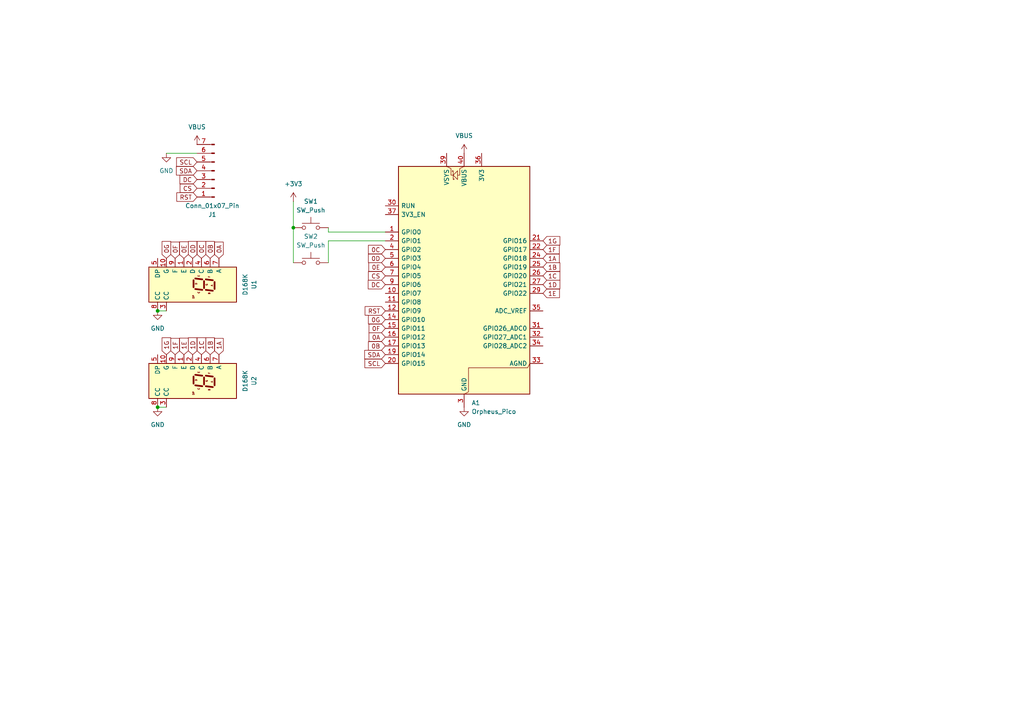
<source format=kicad_sch>
(kicad_sch (version 20250114) (generator "eeschema") (generator_version "9.0")
  (paper "A4")
  (lib_symbols
    (symbol "Connector:Conn_01x07_Pin" (pin_names (offset 1.016) (hide yes))
      (property "Reference" "J" (at 0 10.16 0))
      (property "Value" "Conn_01x07_Pin" (at 0 -10.16 0))
      (symbol "Conn_01x07_Pin_1_1"
        (rectangle (start 0.8636 7.747) (end 0 7.493) (stroke (width 0.1524)) (fill (type outline)))
        (rectangle (start 0.8636 5.207) (end 0 4.953) (stroke (width 0.1524)) (fill (type outline)))
        (rectangle (start 0.8636 2.667) (end 0 2.413) (stroke (width 0.1524)) (fill (type outline)))
        (rectangle (start 0.8636 0.127) (end 0 -0.127) (stroke (width 0.1524)) (fill (type outline)))
        (rectangle (start 0.8636 -2.413) (end 0 -2.667) (stroke (width 0.1524)) (fill (type outline)))
        (rectangle (start 0.8636 -4.953) (end 0 -5.207) (stroke (width 0.1524)) (fill (type outline)))
        (rectangle (start 0.8636 -7.493) (end 0 -7.747) (stroke (width 0.1524)) (fill (type outline)))
        (polyline (pts (xy 1.27 7.62) (xy 0.8636 7.62)) (stroke (width 0.1524)))
        (polyline (pts (xy 1.27 5.08) (xy 0.8636 5.08)) (stroke (width 0.1524)))
        (polyline (pts (xy 1.27 2.54) (xy 0.8636 2.54)) (stroke (width 0.1524)))
        (polyline (pts (xy 1.27 0) (xy 0.8636 0)) (stroke (width 0.1524)))
        (polyline (pts (xy 1.27 -2.54) (xy 0.8636 -2.54)) (stroke (width 0.1524)))
        (polyline (pts (xy 1.27 -5.08) (xy 0.8636 -5.08)) (stroke (width 0.1524)))
        (polyline (pts (xy 1.27 -7.62) (xy 0.8636 -7.62)) (stroke (width 0.1524)))
        (pin passive line (at 5.08 7.62 180) (length 3.81) (name "Pin_1") (number "1"))
        (pin passive line (at 5.08 5.08 180) (length 3.81) (name "Pin_2") (number "2"))
        (pin passive line (at 5.08 2.54 180) (length 3.81) (name "Pin_3") (number "3"))
        (pin passive line (at 5.08 0 180) (length 3.81) (name "Pin_4") (number "4"))
        (pin passive line (at 5.08 -2.54 180) (length 3.81) (name "Pin_5") (number "5"))
        (pin passive line (at 5.08 -5.08 180) (length 3.81) (name "Pin_6") (number "6"))
        (pin passive line (at 5.08 -7.62 180) (length 3.81) (name "Pin_7") (number "7"))
      )
    )
    (symbol "Display_Character:D168K"
      (property "Reference" "U" (at -2.54 13.97 0))
      (property "Value" "D168K" (at 1.27 13.97 0))
      (symbol "D168K_0_0"
        (text "E" (at -2.54 1.778 0) (effects (font (size 0.508 0.508))))
        (text "F" (at -2.286 4.826 0) (effects (font (size 0.508 0.508))))
        (text "D" (at -0.254 1.016 0) (effects (font (size 0.508 0.508))))
        (text "G" (at 0 4.064 0) (effects (font (size 0.508 0.508))))
        (text "A" (at 0.254 5.588 0) (effects (font (size 0.508 0.508))))
        (text "C" (at 2.286 1.778 0) (effects (font (size 0.508 0.508))))
        (text "B" (at 2.54 4.826 0) (effects (font (size 0.508 0.508))))
        (text "DP" (at 3.556 0.254 0) (effects (font (size 0.508 0.508))))
      )
      (symbol "D168K_0_1"
        (rectangle (start -5.08 12.7) (end 5.08 -12.7) (stroke (width 0.254)) (fill (type background)))
        (polyline (pts (xy -1.524 2.794) (xy -1.778 0.762)) (stroke (width 0.508)))
        (polyline (pts (xy -1.27 5.842) (xy -1.524 3.81)) (stroke (width 0.508)))
        (polyline (pts (xy -1.27 0.254) (xy 0.762 0.254)) (stroke (width 0.508)))
        (polyline (pts (xy -1.016 3.302) (xy 1.016 3.302)) (stroke (width 0.508)))
        (polyline (pts (xy -0.762 6.35) (xy 1.27 6.35)) (stroke (width 0.508)))
        (polyline (pts (xy 1.524 2.794) (xy 1.27 0.762)) (stroke (width 0.508)))
        (polyline (pts (xy 1.778 5.842) (xy 1.524 3.81)) (stroke (width 0.508)))
        (polyline (pts (xy 2.54 0.254) (xy 2.54 0.254)) (stroke (width 0.508)))
      )
      (symbol "D168K_1_1"
        (pin input line (at -7.62 7.62 0) (length 2.54) (name "A") (number "7"))
        (pin input line (at -7.62 5.08 0) (length 2.54) (name "B") (number "6"))
        (pin input line (at -7.62 2.54 0) (length 2.54) (name "C") (number "4"))
        (pin input line (at -7.62 0 0) (length 2.54) (name "D") (number "2"))
        (pin input line (at -7.62 -2.54 0) (length 2.54) (name "E") (number "1"))
        (pin input line (at -7.62 -5.08 0) (length 2.54) (name "F") (number "9"))
        (pin input line (at -7.62 -7.62 0) (length 2.54) (name "G") (number "10"))
        (pin input line (at -7.62 -10.16 0) (length 2.54) (name "DP") (number "5"))
        (pin input line (at 7.62 -7.62 180) (length 2.54) (name "CC") (number "3"))
        (pin input line (at 7.62 -10.16 180) (length 2.54) (name "CC") (number "8"))
      )
    )
    (symbol "MCU_Module:RaspberryPi_Pico" (pin_names (offset 0.762))
      (property "Reference" "A" (at -19.05 35.56 0))
      (property "Value" "RaspberryPi_Pico" (at 7.62 35.56 0))
      (symbol "RaspberryPi_Pico_0_1"
        (rectangle (start -19.05 34.29) (end 19.05 -31.75) (stroke (width 0.254)) (fill (type background)))
        (polyline (pts (xy -5.08 34.29) (xy -3.81 33.655) (xy -3.81 31.75) (xy -3.175 31.75)))
        (polyline (pts (xy -3.429 32.766) (xy -3.429 33.02) (xy -3.175 33.02) (xy -3.175 30.48) (xy -2.921 30.48) (xy -2.921 30.734)))
        (polyline (pts (xy -3.175 31.75) (xy -1.905 33.02) (xy -1.905 30.48) (xy -3.175 31.75)))
        (polyline (pts (xy 0 34.29) (xy -1.27 33.655) (xy -1.27 31.75) (xy -1.905 31.75)))
        (polyline (pts (xy 0 -31.75) (xy 1.27 -31.115) (xy 1.27 -24.13) (xy 18.415 -24.13) (xy 19.05 -22.86)))
      )
      (symbol "RaspberryPi_Pico_1_1"
        (pin passive line (at -22.86 22.86 0) (length 3.81) (name "RUN") (number "30"))
        (pin passive line (at -22.86 20.32 0) (length 3.81) (name "3V3_EN") (number "37"))
        (pin bidirectional line (at -22.86 15.24 0) (length 3.81) (name "GPIO0") (number "1"))
        (pin bidirectional line (at -22.86 12.7 0) (length 3.81) (name "GPIO1") (number "2"))
        (pin bidirectional line (at -22.86 10.16 0) (length 3.81) (name "GPIO2") (number "4"))
        (pin bidirectional line (at -22.86 7.62 0) (length 3.81) (name "GPIO3") (number "5"))
        (pin bidirectional line (at -22.86 5.08 0) (length 3.81) (name "GPIO4") (number "6"))
        (pin bidirectional line (at -22.86 2.54 0) (length 3.81) (name "GPIO5") (number "7"))
        (pin bidirectional line (at -22.86 0 0) (length 3.81) (name "GPIO6") (number "9"))
        (pin bidirectional line (at -22.86 -2.54 0) (length 3.81) (name "GPIO7") (number "10"))
        (pin bidirectional line (at -22.86 -5.08 0) (length 3.81) (name "GPIO8") (number "11"))
        (pin bidirectional line (at -22.86 -7.62 0) (length 3.81) (name "GPIO9") (number "12"))
        (pin bidirectional line (at -22.86 -10.16 0) (length 3.81) (name "GPIO10") (number "14"))
        (pin bidirectional line (at -22.86 -12.7 0) (length 3.81) (name "GPIO11") (number "15"))
        (pin bidirectional line (at -22.86 -15.24 0) (length 3.81) (name "GPIO12") (number "16"))
        (pin bidirectional line (at -22.86 -17.78 0) (length 3.81) (name "GPIO13") (number "17"))
        (pin bidirectional line (at -22.86 -20.32 0) (length 3.81) (name "GPIO14") (number "19"))
        (pin bidirectional line (at -22.86 -22.86 0) (length 3.81) (name "GPIO15") (number "20"))
        (pin power_in line (at -5.08 38.1 270) (length 3.81) (name "VSYS") (number "39"))
        (pin power_out line (at 0 38.1 270) (length 3.81) (name "VBUS") (number "40"))
        (pin passive line (at 0 -35.56 90) (length 3.81) (hide yes) (name "GND") (number "13"))
        (pin passive line (at 0 -35.56 90) (length 3.81) (hide yes) (name "GND") (number "18"))
        (pin passive line (at 0 -35.56 90) (length 3.81) (hide yes) (name "GND") (number "23"))
        (pin passive line (at 0 -35.56 90) (length 3.81) (hide yes) (name "GND") (number "28"))
        (pin power_out line (at 0 -35.56 90) (length 3.81) (name "GND") (number "3"))
        (pin passive line (at 0 -35.56 90) (length 3.81) (hide yes) (name "GND") (number "38"))
        (pin passive line (at 0 -35.56 90) (length 3.81) (hide yes) (name "GND") (number "8"))
        (pin power_out line (at 5.08 38.1 270) (length 3.81) (name "3V3") (number "36"))
        (pin bidirectional line (at 22.86 12.7 180) (length 3.81) (name "GPIO16") (number "21"))
        (pin bidirectional line (at 22.86 10.16 180) (length 3.81) (name "GPIO17") (number "22"))
        (pin bidirectional line (at 22.86 7.62 180) (length 3.81) (name "GPIO18") (number "24"))
        (pin bidirectional line (at 22.86 5.08 180) (length 3.81) (name "GPIO19") (number "25"))
        (pin bidirectional line (at 22.86 2.54 180) (length 3.81) (name "GPIO20") (number "26"))
        (pin bidirectional line (at 22.86 0 180) (length 3.81) (name "GPIO21") (number "27"))
        (pin bidirectional line (at 22.86 -2.54 180) (length 3.81) (name "GPIO22") (number "29"))
        (pin power_in line (at 22.86 -7.62 180) (length 3.81) (name "ADC_VREF") (number "35"))
        (pin bidirectional line (at 22.86 -12.7 180) (length 3.81) (name "GPIO26_ADC0") (number "31"))
        (pin bidirectional line (at 22.86 -15.24 180) (length 3.81) (name "GPIO27_ADC1") (number "32"))
        (pin bidirectional line (at 22.86 -17.78 180) (length 3.81) (name "GPIO28_ADC2") (number "34"))
        (pin power_out line (at 22.86 -22.86 180) (length 3.81) (name "AGND") (number "33"))
      )
    )
    (symbol "Switch:SW_Push" (pin_numbers (hide yes)) (pin_names (offset 1.016) (hide yes))
      (property "Reference" "SW" (at 1.27 2.54 0))
      (property "Value" "SW_Push" (at 0 -1.524 0))
      (symbol "SW_Push_0_1"
        (circle (center -2.032 0) (radius 0.508))
        (polyline (pts (xy 0 1.27) (xy 0 3.048)))
        (circle (center 2.032 0) (radius 0.508))
        (polyline (pts (xy 2.54 1.27) (xy -2.54 1.27)))
        (pin passive line (at -5.08 0 0) (length 2.54) (name "1") (number "1"))
        (pin passive line (at 5.08 0 180) (length 2.54) (name "2") (number "2"))
      )
    )
    (symbol "power:+3V3" (power) (pin_numbers (hide yes)) (pin_names (offset 0) (hide yes))
      (property "Value" "+3V3" (at 0 3.556 0))
      (symbol "+3V3_0_1"
        (polyline (pts (xy -0.762 1.27) (xy 0 2.54)))
        (polyline (pts (xy 0 2.54) (xy 0.762 1.27)))
        (polyline (pts (xy 0 0) (xy 0 2.54)))
      )
      (symbol "+3V3_1_1"
        (pin power_in line (at 0 0 90) (length 0) (name "~") (number "1"))
      )
    )
    (symbol "power:GND" (power) (pin_numbers (hide yes)) (pin_names (offset 0) (hide yes))
      (property "Value" "GND" (at 0 -3.81 0))
      (symbol "GND_0_1"
        (polyline (pts (xy 0 0) (xy 0 -1.27) (xy 1.27 -1.27) (xy 0 -2.54) (xy -1.27 -1.27) (xy 0 -1.27)))
      )
      (symbol "GND_1_1"
        (pin power_in line (at 0 0 270) (length 0) (name "~") (number "1"))
      )
    )
    (symbol "power:VBUS" (power) (pin_numbers (hide yes)) (pin_names (offset 0) (hide yes))
      (property "Value" "VBUS" (at 0 3.556 0))
      (symbol "VBUS_0_1"
        (polyline (pts (xy -0.762 1.27) (xy 0 2.54)))
        (polyline (pts (xy 0 2.54) (xy 0.762 1.27)))
        (polyline (pts (xy 0 0) (xy 0 2.54)))
      )
      (symbol "VBUS_1_1"
        (pin power_in line (at 0 0 90) (length 0) (name "~") (number "1"))
      )
    )
  )
  (junction (at 45.72 90.17))
  (junction (at 45.72 118.11))
  (junction (at 85.09 66.04))
  (wire (pts (xy 111.76 67.31) (xy 95.25 67.31)))
  (wire (pts (xy 111.76 69.85) (xy 95.25 69.85)))
  (wire (pts (xy 57.15 44.45) (xy 48.26 44.45)))
  (wire (pts (xy 45.72 118.11) (xy 48.26 118.11)))
  (wire (pts (xy 95.25 69.85) (xy 95.25 76.2)))
  (wire (pts (xy 45.72 90.17) (xy 48.26 90.17)))
  (wire (pts (xy 85.09 58.42) (xy 85.09 66.04)))
  (wire (pts (xy 85.09 66.04) (xy 85.09 76.2)))
  (wire (pts (xy 95.25 67.31) (xy 95.25 66.04)))
  (global_label "1F" (shape input) (at 50.8 102.87 90) (property "Intersheetrefs" "${INTERSHEET_REFS}" (effects (hide yes))))
  (global_label "SDA" (shape input) (at 111.76 102.87 180) (property "Intersheetrefs" "${INTERSHEET_REFS}" (effects (hide yes))))
  (global_label "RST" (shape input) (at 111.76 90.17 180) (property "Intersheetrefs" "${INTERSHEET_REFS}" (effects (hide yes))))
  (global_label "0D" (shape input) (at 111.76 74.93 180) (property "Intersheetrefs" "${INTERSHEET_REFS}" (effects (hide yes))))
  (global_label "DC" (shape input) (at 111.76 82.55 180) (property "Intersheetrefs" "${INTERSHEET_REFS}" (effects (hide yes))))
  (global_label "SCL" (shape input) (at 111.76 105.41 180) (property "Intersheetrefs" "${INTERSHEET_REFS}" (effects (hide yes))))
  (global_label "0D" (shape input) (at 55.88 74.93 90) (property "Intersheetrefs" "${INTERSHEET_REFS}" (effects (hide yes))))
  (global_label "1A" (shape input) (at 157.48 74.93 0) (property "Intersheetrefs" "${INTERSHEET_REFS}" (effects (hide yes))))
  (global_label "1E" (shape input) (at 53.34 102.87 90) (property "Intersheetrefs" "${INTERSHEET_REFS}" (effects (hide yes))))
  (global_label "1G" (shape input) (at 157.48 69.85 0) (property "Intersheetrefs" "${INTERSHEET_REFS}" (effects (hide yes))))
  (global_label "0B" (shape input) (at 60.96 74.93 90) (property "Intersheetrefs" "${INTERSHEET_REFS}" (effects (hide yes))))
  (global_label "SCL" (shape input) (at 57.15 46.99 180) (property "Intersheetrefs" "${INTERSHEET_REFS}" (effects (hide yes))))
  (global_label "0E" (shape input) (at 53.34 74.93 90) (property "Intersheetrefs" "${INTERSHEET_REFS}" (effects (hide yes))))
  (global_label "1A" (shape input) (at 63.5 102.87 90) (property "Intersheetrefs" "${INTERSHEET_REFS}" (effects (hide yes))))
  (global_label "SDA" (shape input) (at 57.15 49.53 180) (property "Intersheetrefs" "${INTERSHEET_REFS}" (effects (hide yes))))
  (global_label "RST" (shape input) (at 57.15 57.15 180) (property "Intersheetrefs" "${INTERSHEET_REFS}" (effects (hide yes))))
  (global_label "1D" (shape input) (at 157.48 82.55 0) (property "Intersheetrefs" "${INTERSHEET_REFS}" (effects (hide yes))))
  (global_label "1B" (shape input) (at 157.48 77.47 0) (property "Intersheetrefs" "${INTERSHEET_REFS}" (effects (hide yes))))
  (global_label "CS" (shape input) (at 111.76 80.01 180) (property "Intersheetrefs" "${INTERSHEET_REFS}" (effects (hide yes))))
  (global_label "0F" (shape input) (at 111.76 95.25 180) (property "Intersheetrefs" "${INTERSHEET_REFS}" (effects (hide yes))))
  (global_label "CS" (shape input) (at 57.15 54.61 180) (property "Intersheetrefs" "${INTERSHEET_REFS}" (effects (hide yes))))
  (global_label "0A" (shape input) (at 63.5 74.93 90) (property "Intersheetrefs" "${INTERSHEET_REFS}" (effects (hide yes))))
  (global_label "1C" (shape input) (at 58.42 102.87 90) (property "Intersheetrefs" "${INTERSHEET_REFS}" (effects (hide yes))))
  (global_label "0G" (shape input) (at 111.76 92.71 180) (property "Intersheetrefs" "${INTERSHEET_REFS}" (effects (hide yes))))
  (global_label "1F" (shape input) (at 157.48 72.39 0) (property "Intersheetrefs" "${INTERSHEET_REFS}" (effects (hide yes))))
  (global_label "DC" (shape input) (at 57.15 52.07 180) (property "Intersheetrefs" "${INTERSHEET_REFS}" (effects (hide yes))))
  (global_label "0G" (shape input) (at 48.26 74.93 90) (property "Intersheetrefs" "${INTERSHEET_REFS}" (effects (hide yes))))
  (global_label "1C" (shape input) (at 157.48 80.01 0) (property "Intersheetrefs" "${INTERSHEET_REFS}" (effects (hide yes))))
  (global_label "1B" (shape input) (at 60.96 102.87 90) (property "Intersheetrefs" "${INTERSHEET_REFS}" (effects (hide yes))))
  (global_label "1G" (shape input) (at 48.26 102.87 90) (property "Intersheetrefs" "${INTERSHEET_REFS}" (effects (hide yes))))
  (global_label "0C" (shape input) (at 111.76 72.39 180) (property "Intersheetrefs" "${INTERSHEET_REFS}" (effects (hide yes))))
  (global_label "0F" (shape input) (at 50.8 74.93 90) (property "Intersheetrefs" "${INTERSHEET_REFS}" (effects (hide yes))))
  (global_label "1D" (shape input) (at 55.88 102.87 90) (property "Intersheetrefs" "${INTERSHEET_REFS}" (effects (hide yes))))
  (global_label "0E" (shape input) (at 111.76 77.47 180) (property "Intersheetrefs" "${INTERSHEET_REFS}" (effects (hide yes))))
  (global_label "0A" (shape input) (at 111.76 97.79 180) (property "Intersheetrefs" "${INTERSHEET_REFS}" (effects (hide yes))))
  (global_label "0B" (shape input) (at 111.76 100.33 180) (property "Intersheetrefs" "${INTERSHEET_REFS}" (effects (hide yes))))
  (global_label "1E" (shape input) (at 157.48 85.09 0) (property "Intersheetrefs" "${INTERSHEET_REFS}" (effects (hide yes))))
  (global_label "0C" (shape input) (at 58.42 74.93 90) (property "Intersheetrefs" "${INTERSHEET_REFS}" (effects (hide yes))))
  (symbol (lib_id "power:VBUS") (at 134.62 44.45 0) (unit 1)
    (property "Reference" "#PWR04" (effects (hide yes)))
    (property "Value" "VBUS" (at 134.62 39.37 0))
    (property "Description" "Power symbol creates a global label with name \"VBUS\"" (effects (hide yes)))
  )
  (symbol (lib_id "Connector:Conn_01x07_Pin") (at 62.23 49.53 180) (unit 1)
    (property "Reference" "J1" (at 61.595 62.23 0))
    (property "Value" "Conn_01x07_Pin" (at 61.595 59.69 0))
    (property "Description" "Generic connector, single row, 01x07, script generated" (effects (hide yes)))
  )
  (symbol (lib_id "MCU_Module:RaspberryPi_Pico") (at 134.62 82.55 0) (unit 1)
    (property "Reference" "A1" (at 136.7633 116.84 0) (effects (justify left)))
    (property "Value" "Orpheus_Pico" (at 136.7633 119.38 0) (effects (justify left)))
    (property "Footprint" "Module:RaspberryPi_Pico_Common_Unspecified" (effects (hide yes)))
    (property "Datasheet" "https://datasheets.raspberrypi.com/pico/pico-datasheet.pdf" (effects (hide yes)))
    (property "Description" "Versatile and inexpensive microcontroller module powered by RP2040 dual-core Arm Cortex-M0+ processor up to 133 MHz, 264kB SRAM, 2MB QSPI flash; also supports Raspberry Pi Pico 2" (effects (hide yes)))
  )
  (symbol (lib_id "Switch:SW_Push") (at 90.17 66.04 0) (unit 1)
    (property "Reference" "SW1" (at 90.17 58.42 0))
    (property "Value" "SW_Push" (at 90.17 60.96 0))
    (property "Description" "Push button switch, generic, two pins" (effects (hide yes)))
  )
  (symbol (lib_id "power:GND") (at 48.26 44.45 0) (unit 1)
    (property "Reference" "#PWR01" (effects (hide yes)))
    (property "Value" "GND" (at 48.26 49.53 0))
    (property "Description" "Power symbol creates a global label with name \"GND\" , ground" (effects (hide yes)))
  )
  (symbol (lib_id "Display_Character:D168K") (at 55.88 82.55 270) (unit 1)
    (property "Reference" "U1" (at 73.66 82.55 0))
    (property "Value" "D168K" (at 71.12 82.55 0))
    (property "Footprint" "Display_7Segment:D1X8K" (effects (hide yes)))
    (property "Datasheet" "https://ia800903.us.archive.org/24/items/CTKD1x8K/Cromatek%20D168K.pdf" (effects (hide yes)))
    (property "Description" "One digit 7 segment ultra bright red LED, low current, common cathode" (effects (hide yes)))
  )
  (symbol (lib_id "Display_Character:D168K") (at 55.88 110.49 270) (unit 1)
    (property "Reference" "U2" (at 73.66 110.49 0))
    (property "Value" "D168K" (at 71.12 110.49 0))
    (property "Footprint" "Display_7Segment:D1X8K" (effects (hide yes)))
    (property "Datasheet" "https://ia800903.us.archive.org/24/items/CTKD1x8K/Cromatek%20D168K.pdf" (effects (hide yes)))
    (property "Description" "One digit 7 segment ultra bright red LED, low current, common cathode" (effects (hide yes)))
  )
  (symbol (lib_id "power:VBUS") (at 57.15 41.91 0) (unit 1)
    (property "Reference" "#PWR07" (effects (hide yes)))
    (property "Value" "VBUS" (at 57.15 36.83 0))
    (property "Description" "Power symbol creates a global label with name \"VBUS\"" (effects (hide yes)))
  )
  (symbol (lib_id "Switch:SW_Push") (at 90.17 76.2 0) (unit 1)
    (property "Reference" "SW2" (at 90.17 68.58 0))
    (property "Value" "SW_Push" (at 90.17 71.12 0))
    (property "Description" "Push button switch, generic, two pins" (effects (hide yes)))
  )
  (symbol (lib_id "power:GND") (at 134.62 118.11 0) (unit 1)
    (property "Reference" "#PWR02" (effects (hide yes)))
    (property "Value" "GND" (at 134.62 123.19 0))
    (property "Description" "Power symbol creates a global label with name \"GND\" , ground" (effects (hide yes)))
  )
  (symbol (lib_id "power:GND") (at 45.72 118.11 0) (unit 1)
    (property "Reference" "#PWR06" (effects (hide yes)))
    (property "Value" "GND" (at 45.72 123.19 0))
    (property "Description" "Power symbol creates a global label with name \"GND\" , ground" (effects (hide yes)))
  )
  (symbol (lib_id "power:GND") (at 45.72 90.17 0) (unit 1)
    (property "Reference" "#PWR05" (effects (hide yes)))
    (property "Value" "GND" (at 45.72 95.25 0))
    (property "Description" "Power symbol creates a global label with name \"GND\" , ground" (effects (hide yes)))
  )
  (symbol (lib_id "power:+3V3") (at 85.09 58.42 0) (unit 1)
    (property "Reference" "#PWR03" (effects (hide yes)))
    (property "Value" "+3V3" (at 85.09 53.34 0))
    (property "Description" "Power symbol creates a global label with name \"+3V3\"" (effects (hide yes)))
  )
)
</source>
